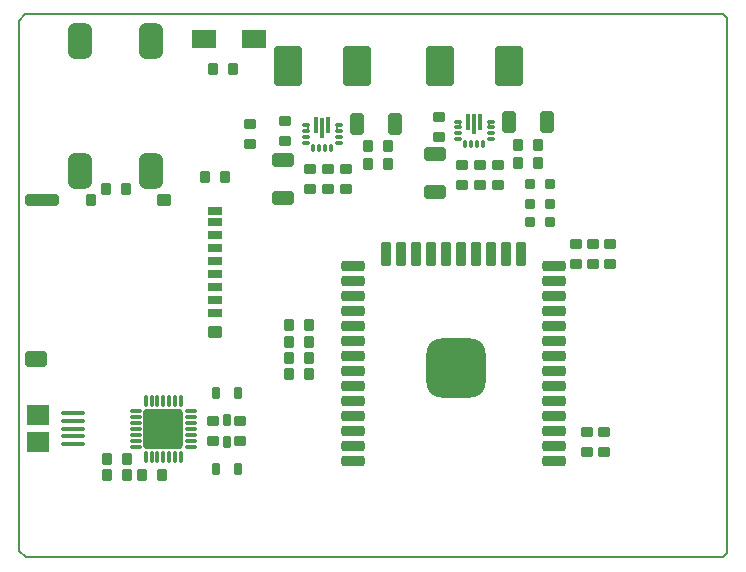
<source format=gtp>
G04*
G04 #@! TF.GenerationSoftware,Altium Limited,Altium Designer,20.2.4 (192)*
G04*
G04 Layer_Color=8421504*
%FSLAX25Y25*%
%MOIN*%
G70*
G04*
G04 #@! TF.SameCoordinates,E48B743E-56E7-44FA-BC68-CEDDD1A44BF1*
G04*
G04*
G04 #@! TF.FilePolarity,Positive*
G04*
G01*
G75*
%ADD14C,0.00600*%
G04:AMPARAMS|DCode=16|XSize=118.11mil|YSize=78.74mil|CornerRadius=19.68mil|HoleSize=0mil|Usage=FLASHONLY|Rotation=270.000|XOffset=0mil|YOffset=0mil|HoleType=Round|Shape=RoundedRectangle|*
%AMROUNDEDRECTD16*
21,1,0.11811,0.03937,0,0,270.0*
21,1,0.07874,0.07874,0,0,270.0*
1,1,0.03937,-0.01968,-0.03937*
1,1,0.03937,-0.01968,0.03937*
1,1,0.03937,0.01968,0.03937*
1,1,0.03937,0.01968,-0.03937*
%
%ADD16ROUNDEDRECTD16*%
%ADD17R,0.07480X0.07087*%
G04:AMPARAMS|DCode=18|XSize=15.75mil|YSize=78.74mil|CornerRadius=3.94mil|HoleSize=0mil|Usage=FLASHONLY|Rotation=270.000|XOffset=0mil|YOffset=0mil|HoleType=Round|Shape=RoundedRectangle|*
%AMROUNDEDRECTD18*
21,1,0.01575,0.07087,0,0,270.0*
21,1,0.00787,0.07874,0,0,270.0*
1,1,0.00787,-0.03543,-0.00394*
1,1,0.00787,-0.03543,0.00394*
1,1,0.00787,0.03543,0.00394*
1,1,0.00787,0.03543,-0.00394*
%
%ADD18ROUNDEDRECTD18*%
G04:AMPARAMS|DCode=19|XSize=39.37mil|YSize=35.43mil|CornerRadius=4.43mil|HoleSize=0mil|Usage=FLASHONLY|Rotation=90.000|XOffset=0mil|YOffset=0mil|HoleType=Round|Shape=RoundedRectangle|*
%AMROUNDEDRECTD19*
21,1,0.03937,0.02657,0,0,90.0*
21,1,0.03051,0.03543,0,0,90.0*
1,1,0.00886,0.01329,0.01526*
1,1,0.00886,0.01329,-0.01526*
1,1,0.00886,-0.01329,-0.01526*
1,1,0.00886,-0.01329,0.01526*
%
%ADD19ROUNDEDRECTD19*%
G04:AMPARAMS|DCode=20|XSize=39.37mil|YSize=11.81mil|CornerRadius=1.48mil|HoleSize=0mil|Usage=FLASHONLY|Rotation=0.000|XOffset=0mil|YOffset=0mil|HoleType=Round|Shape=RoundedRectangle|*
%AMROUNDEDRECTD20*
21,1,0.03937,0.00886,0,0,0.0*
21,1,0.03642,0.01181,0,0,0.0*
1,1,0.00295,0.01821,-0.00443*
1,1,0.00295,-0.01821,-0.00443*
1,1,0.00295,-0.01821,0.00443*
1,1,0.00295,0.01821,0.00443*
%
%ADD20ROUNDEDRECTD20*%
G04:AMPARAMS|DCode=21|XSize=39.37mil|YSize=11.81mil|CornerRadius=1.48mil|HoleSize=0mil|Usage=FLASHONLY|Rotation=90.000|XOffset=0mil|YOffset=0mil|HoleType=Round|Shape=RoundedRectangle|*
%AMROUNDEDRECTD21*
21,1,0.03937,0.00886,0,0,90.0*
21,1,0.03642,0.01181,0,0,90.0*
1,1,0.00295,0.00443,0.01821*
1,1,0.00295,0.00443,-0.01821*
1,1,0.00295,-0.00443,-0.01821*
1,1,0.00295,-0.00443,0.01821*
%
%ADD21ROUNDEDRECTD21*%
G04:AMPARAMS|DCode=22|XSize=131.89mil|YSize=131.89mil|CornerRadius=9.89mil|HoleSize=0mil|Usage=FLASHONLY|Rotation=90.000|XOffset=0mil|YOffset=0mil|HoleType=Round|Shape=RoundedRectangle|*
%AMROUNDEDRECTD22*
21,1,0.13189,0.11211,0,0,90.0*
21,1,0.11211,0.13189,0,0,90.0*
1,1,0.01978,0.05605,0.05605*
1,1,0.01978,0.05605,-0.05605*
1,1,0.01978,-0.05605,-0.05605*
1,1,0.01978,-0.05605,0.05605*
%
%ADD22ROUNDEDRECTD22*%
G04:AMPARAMS|DCode=23|XSize=23.62mil|YSize=39.37mil|CornerRadius=2.95mil|HoleSize=0mil|Usage=FLASHONLY|Rotation=0.000|XOffset=0mil|YOffset=0mil|HoleType=Round|Shape=RoundedRectangle|*
%AMROUNDEDRECTD23*
21,1,0.02362,0.03347,0,0,0.0*
21,1,0.01772,0.03937,0,0,0.0*
1,1,0.00591,0.00886,-0.01673*
1,1,0.00591,-0.00886,-0.01673*
1,1,0.00591,-0.00886,0.01673*
1,1,0.00591,0.00886,0.01673*
%
%ADD23ROUNDEDRECTD23*%
G04:AMPARAMS|DCode=24|XSize=39.37mil|YSize=35.43mil|CornerRadius=4.43mil|HoleSize=0mil|Usage=FLASHONLY|Rotation=180.000|XOffset=0mil|YOffset=0mil|HoleType=Round|Shape=RoundedRectangle|*
%AMROUNDEDRECTD24*
21,1,0.03937,0.02657,0,0,180.0*
21,1,0.03051,0.03543,0,0,180.0*
1,1,0.00886,-0.01526,0.01329*
1,1,0.00886,0.01526,0.01329*
1,1,0.00886,0.01526,-0.01329*
1,1,0.00886,-0.01526,-0.01329*
%
%ADD24ROUNDEDRECTD24*%
G04:AMPARAMS|DCode=25|XSize=31.5mil|YSize=31.5mil|CornerRadius=3.94mil|HoleSize=0mil|Usage=FLASHONLY|Rotation=180.000|XOffset=0mil|YOffset=0mil|HoleType=Round|Shape=RoundedRectangle|*
%AMROUNDEDRECTD25*
21,1,0.03150,0.02362,0,0,180.0*
21,1,0.02362,0.03150,0,0,180.0*
1,1,0.00787,-0.01181,0.01181*
1,1,0.00787,0.01181,0.01181*
1,1,0.00787,0.01181,-0.01181*
1,1,0.00787,-0.01181,-0.01181*
%
%ADD25ROUNDEDRECTD25*%
G04:AMPARAMS|DCode=26|XSize=78.74mil|YSize=35.43mil|CornerRadius=8.86mil|HoleSize=0mil|Usage=FLASHONLY|Rotation=180.000|XOffset=0mil|YOffset=0mil|HoleType=Round|Shape=RoundedRectangle|*
%AMROUNDEDRECTD26*
21,1,0.07874,0.01772,0,0,180.0*
21,1,0.06102,0.03543,0,0,180.0*
1,1,0.01772,-0.03051,0.00886*
1,1,0.01772,0.03051,0.00886*
1,1,0.01772,0.03051,-0.00886*
1,1,0.01772,-0.03051,-0.00886*
%
%ADD26ROUNDEDRECTD26*%
G04:AMPARAMS|DCode=27|XSize=78.74mil|YSize=35.43mil|CornerRadius=8.86mil|HoleSize=0mil|Usage=FLASHONLY|Rotation=270.000|XOffset=0mil|YOffset=0mil|HoleType=Round|Shape=RoundedRectangle|*
%AMROUNDEDRECTD27*
21,1,0.07874,0.01772,0,0,270.0*
21,1,0.06102,0.03543,0,0,270.0*
1,1,0.01772,-0.00886,-0.03051*
1,1,0.01772,-0.00886,0.03051*
1,1,0.01772,0.00886,0.03051*
1,1,0.01772,0.00886,-0.03051*
%
%ADD27ROUNDEDRECTD27*%
G04:AMPARAMS|DCode=28|XSize=196.85mil|YSize=196.85mil|CornerRadius=49.21mil|HoleSize=0mil|Usage=FLASHONLY|Rotation=180.000|XOffset=0mil|YOffset=0mil|HoleType=Round|Shape=RoundedRectangle|*
%AMROUNDEDRECTD28*
21,1,0.19685,0.09843,0,0,180.0*
21,1,0.09843,0.19685,0,0,180.0*
1,1,0.09843,-0.04921,0.04921*
1,1,0.09843,0.04921,0.04921*
1,1,0.09843,0.04921,-0.04921*
1,1,0.09843,-0.04921,-0.04921*
%
%ADD28ROUNDEDRECTD28*%
G04:AMPARAMS|DCode=29|XSize=133.86mil|YSize=94.49mil|CornerRadius=11.81mil|HoleSize=0mil|Usage=FLASHONLY|Rotation=90.000|XOffset=0mil|YOffset=0mil|HoleType=Round|Shape=RoundedRectangle|*
%AMROUNDEDRECTD29*
21,1,0.13386,0.07087,0,0,90.0*
21,1,0.11024,0.09449,0,0,90.0*
1,1,0.02362,0.03543,0.05512*
1,1,0.02362,0.03543,-0.05512*
1,1,0.02362,-0.03543,-0.05512*
1,1,0.02362,-0.03543,0.05512*
%
%ADD29ROUNDEDRECTD29*%
%ADD30R,0.00984X0.01181*%
G04:AMPARAMS|DCode=31|XSize=23.62mil|YSize=11.81mil|CornerRadius=1.48mil|HoleSize=0mil|Usage=FLASHONLY|Rotation=180.000|XOffset=0mil|YOffset=0mil|HoleType=Round|Shape=RoundedRectangle|*
%AMROUNDEDRECTD31*
21,1,0.02362,0.00886,0,0,180.0*
21,1,0.02067,0.01181,0,0,180.0*
1,1,0.00295,-0.01034,0.00443*
1,1,0.00295,0.01034,0.00443*
1,1,0.00295,0.01034,-0.00443*
1,1,0.00295,-0.01034,-0.00443*
%
%ADD31ROUNDEDRECTD31*%
G04:AMPARAMS|DCode=32|XSize=53.15mil|YSize=11.81mil|CornerRadius=1.48mil|HoleSize=0mil|Usage=FLASHONLY|Rotation=90.000|XOffset=0mil|YOffset=0mil|HoleType=Round|Shape=RoundedRectangle|*
%AMROUNDEDRECTD32*
21,1,0.05315,0.00886,0,0,90.0*
21,1,0.05020,0.01181,0,0,90.0*
1,1,0.00295,0.00443,0.02510*
1,1,0.00295,0.00443,-0.02510*
1,1,0.00295,-0.00443,-0.02510*
1,1,0.00295,-0.00443,0.02510*
%
%ADD32ROUNDEDRECTD32*%
G04:AMPARAMS|DCode=33|XSize=66.93mil|YSize=11.81mil|CornerRadius=1.48mil|HoleSize=0mil|Usage=FLASHONLY|Rotation=90.000|XOffset=0mil|YOffset=0mil|HoleType=Round|Shape=RoundedRectangle|*
%AMROUNDEDRECTD33*
21,1,0.06693,0.00886,0,0,90.0*
21,1,0.06398,0.01181,0,0,90.0*
1,1,0.00295,0.00443,0.03199*
1,1,0.00295,0.00443,-0.03199*
1,1,0.00295,-0.00443,-0.03199*
1,1,0.00295,-0.00443,0.03199*
%
%ADD33ROUNDEDRECTD33*%
G04:AMPARAMS|DCode=34|XSize=23.62mil|YSize=11.81mil|CornerRadius=1.48mil|HoleSize=0mil|Usage=FLASHONLY|Rotation=90.000|XOffset=0mil|YOffset=0mil|HoleType=Round|Shape=RoundedRectangle|*
%AMROUNDEDRECTD34*
21,1,0.02362,0.00886,0,0,90.0*
21,1,0.02067,0.01181,0,0,90.0*
1,1,0.00295,0.00443,0.01034*
1,1,0.00295,0.00443,-0.01034*
1,1,0.00295,-0.00443,-0.01034*
1,1,0.00295,-0.00443,0.01034*
%
%ADD34ROUNDEDRECTD34*%
G04:AMPARAMS|DCode=35|XSize=82.68mil|YSize=62.99mil|CornerRadius=3.15mil|HoleSize=0mil|Usage=FLASHONLY|Rotation=180.000|XOffset=0mil|YOffset=0mil|HoleType=Round|Shape=RoundedRectangle|*
%AMROUNDEDRECTD35*
21,1,0.08268,0.05669,0,0,180.0*
21,1,0.07638,0.06299,0,0,180.0*
1,1,0.00630,-0.03819,0.02835*
1,1,0.00630,0.03819,0.02835*
1,1,0.00630,0.03819,-0.02835*
1,1,0.00630,-0.03819,-0.02835*
%
%ADD35ROUNDEDRECTD35*%
G04:AMPARAMS|DCode=36|XSize=74.8mil|YSize=51.18mil|CornerRadius=6.4mil|HoleSize=0mil|Usage=FLASHONLY|Rotation=0.000|XOffset=0mil|YOffset=0mil|HoleType=Round|Shape=RoundedRectangle|*
%AMROUNDEDRECTD36*
21,1,0.07480,0.03839,0,0,0.0*
21,1,0.06201,0.05118,0,0,0.0*
1,1,0.01280,0.03100,-0.01919*
1,1,0.01280,-0.03100,-0.01919*
1,1,0.01280,-0.03100,0.01919*
1,1,0.01280,0.03100,0.01919*
%
%ADD36ROUNDEDRECTD36*%
G04:AMPARAMS|DCode=37|XSize=110.24mil|YSize=39.37mil|CornerRadius=4.92mil|HoleSize=0mil|Usage=FLASHONLY|Rotation=0.000|XOffset=0mil|YOffset=0mil|HoleType=Round|Shape=RoundedRectangle|*
%AMROUNDEDRECTD37*
21,1,0.11024,0.02953,0,0,0.0*
21,1,0.10039,0.03937,0,0,0.0*
1,1,0.00984,0.05020,-0.01476*
1,1,0.00984,-0.05020,-0.01476*
1,1,0.00984,-0.05020,0.01476*
1,1,0.00984,0.05020,0.01476*
%
%ADD37ROUNDEDRECTD37*%
G04:AMPARAMS|DCode=38|XSize=39.37mil|YSize=31.5mil|CornerRadius=3.94mil|HoleSize=0mil|Usage=FLASHONLY|Rotation=270.000|XOffset=0mil|YOffset=0mil|HoleType=Round|Shape=RoundedRectangle|*
%AMROUNDEDRECTD38*
21,1,0.03937,0.02362,0,0,270.0*
21,1,0.03150,0.03150,0,0,270.0*
1,1,0.00787,-0.01181,-0.01575*
1,1,0.00787,-0.01181,0.01575*
1,1,0.00787,0.01181,0.01575*
1,1,0.00787,0.01181,-0.01575*
%
%ADD38ROUNDEDRECTD38*%
G04:AMPARAMS|DCode=39|XSize=47.24mil|YSize=39.37mil|CornerRadius=4.92mil|HoleSize=0mil|Usage=FLASHONLY|Rotation=0.000|XOffset=0mil|YOffset=0mil|HoleType=Round|Shape=RoundedRectangle|*
%AMROUNDEDRECTD39*
21,1,0.04724,0.02953,0,0,0.0*
21,1,0.03740,0.03937,0,0,0.0*
1,1,0.00984,0.01870,-0.01476*
1,1,0.00984,-0.01870,-0.01476*
1,1,0.00984,-0.01870,0.01476*
1,1,0.00984,0.01870,0.01476*
%
%ADD39ROUNDEDRECTD39*%
G04:AMPARAMS|DCode=40|XSize=47.24mil|YSize=27.56mil|CornerRadius=3.45mil|HoleSize=0mil|Usage=FLASHONLY|Rotation=0.000|XOffset=0mil|YOffset=0mil|HoleType=Round|Shape=RoundedRectangle|*
%AMROUNDEDRECTD40*
21,1,0.04724,0.02067,0,0,0.0*
21,1,0.04035,0.02756,0,0,0.0*
1,1,0.00689,0.02018,-0.01034*
1,1,0.00689,-0.02018,-0.01034*
1,1,0.00689,-0.02018,0.01034*
1,1,0.00689,0.02018,0.01034*
%
%ADD40ROUNDEDRECTD40*%
G04:AMPARAMS|DCode=41|XSize=70.87mil|YSize=45.28mil|CornerRadius=5.66mil|HoleSize=0mil|Usage=FLASHONLY|Rotation=90.000|XOffset=0mil|YOffset=0mil|HoleType=Round|Shape=RoundedRectangle|*
%AMROUNDEDRECTD41*
21,1,0.07087,0.03396,0,0,90.0*
21,1,0.05955,0.04528,0,0,90.0*
1,1,0.01132,0.01698,0.02977*
1,1,0.01132,0.01698,-0.02977*
1,1,0.01132,-0.01698,-0.02977*
1,1,0.01132,-0.01698,0.02977*
%
%ADD41ROUNDEDRECTD41*%
G04:AMPARAMS|DCode=42|XSize=70.87mil|YSize=45.28mil|CornerRadius=5.66mil|HoleSize=0mil|Usage=FLASHONLY|Rotation=0.000|XOffset=0mil|YOffset=0mil|HoleType=Round|Shape=RoundedRectangle|*
%AMROUNDEDRECTD42*
21,1,0.07087,0.03396,0,0,0.0*
21,1,0.05955,0.04528,0,0,0.0*
1,1,0.01132,0.02977,-0.01698*
1,1,0.01132,-0.02977,-0.01698*
1,1,0.01132,-0.02977,0.01698*
1,1,0.01132,0.02977,0.01698*
%
%ADD42ROUNDEDRECTD42*%
D14*
X234651Y112D02*
X236221Y1683D01*
X1Y179001D02*
X2200Y181200D01*
X2288Y112D02*
X234651D01*
X1Y2399D02*
X2288Y112D01*
X2200Y181200D02*
X234862D01*
X236221Y179841D01*
X1Y2399D02*
Y179001D01*
X236221Y1683D02*
Y179841D01*
D16*
X20346Y128829D02*
D03*
X43968D02*
D03*
Y172135D02*
D03*
X20346D02*
D03*
D17*
X6313Y38526D02*
D03*
Y47581D02*
D03*
D18*
X18124Y48171D02*
D03*
Y45612D02*
D03*
Y43053D02*
D03*
Y40494D02*
D03*
Y37935D02*
D03*
D19*
X36009Y27682D02*
D03*
X29316D02*
D03*
X29039Y122823D02*
D03*
X35731D02*
D03*
X41216Y27682D02*
D03*
X47909D02*
D03*
X71409Y162882D02*
D03*
X64716D02*
D03*
X36009Y32882D02*
D03*
X29316D02*
D03*
X96943Y61128D02*
D03*
X90250D02*
D03*
X96924Y72081D02*
D03*
X90231D02*
D03*
X96905Y66548D02*
D03*
X90212D02*
D03*
X96943Y77561D02*
D03*
X90250D02*
D03*
X123009Y131182D02*
D03*
X116316D02*
D03*
X173009Y137682D02*
D03*
X166316D02*
D03*
X62016Y126982D02*
D03*
X68709D02*
D03*
X173009Y131582D02*
D03*
X166316D02*
D03*
X123009Y137182D02*
D03*
X116316D02*
D03*
D20*
X38977Y48906D02*
D03*
Y46938D02*
D03*
Y44969D02*
D03*
Y43001D02*
D03*
Y41032D02*
D03*
Y39064D02*
D03*
Y37095D02*
D03*
X57481D02*
D03*
Y39064D02*
D03*
Y41032D02*
D03*
Y43001D02*
D03*
Y44969D02*
D03*
Y46938D02*
D03*
Y48906D02*
D03*
D21*
X42324Y33749D02*
D03*
X44292D02*
D03*
X46261D02*
D03*
X48229D02*
D03*
X50198D02*
D03*
X52166D02*
D03*
X54135D02*
D03*
Y52253D02*
D03*
X52166D02*
D03*
X50198D02*
D03*
X48229D02*
D03*
X46261D02*
D03*
X44292D02*
D03*
X42324D02*
D03*
D22*
X48229Y43001D02*
D03*
D23*
X65622Y29627D02*
D03*
X73102D02*
D03*
X69362Y38682D02*
D03*
X73202Y54882D02*
D03*
X65722D02*
D03*
X69462Y45827D02*
D03*
D24*
X64762Y38808D02*
D03*
Y45501D02*
D03*
X73762Y45501D02*
D03*
Y38808D02*
D03*
X97162Y122836D02*
D03*
Y129528D02*
D03*
X88862Y145528D02*
D03*
Y138836D02*
D03*
X159756Y130883D02*
D03*
Y124190D02*
D03*
X140062Y146828D02*
D03*
Y140136D02*
D03*
X189562Y41975D02*
D03*
Y35282D02*
D03*
X191410Y104743D02*
D03*
Y98050D02*
D03*
X185862Y104728D02*
D03*
Y98036D02*
D03*
X195162Y35236D02*
D03*
Y41928D02*
D03*
X196962Y104728D02*
D03*
Y98036D02*
D03*
X77162Y144528D02*
D03*
Y137836D02*
D03*
X147662Y124235D02*
D03*
Y130928D02*
D03*
X153696Y124199D02*
D03*
Y130892D02*
D03*
X103162Y122836D02*
D03*
Y129528D02*
D03*
X109162D02*
D03*
Y122836D02*
D03*
D25*
X170569Y117982D02*
D03*
X177262D02*
D03*
X170516Y124482D02*
D03*
X177209D02*
D03*
X170516Y111782D02*
D03*
X177209D02*
D03*
D26*
X178349Y32189D02*
D03*
Y37189D02*
D03*
Y42189D02*
D03*
Y47189D02*
D03*
Y52189D02*
D03*
Y57189D02*
D03*
Y62189D02*
D03*
Y67189D02*
D03*
Y72189D02*
D03*
Y77189D02*
D03*
Y82189D02*
D03*
Y87189D02*
D03*
Y92189D02*
D03*
Y97189D02*
D03*
X111420D02*
D03*
Y92189D02*
D03*
Y87189D02*
D03*
Y82189D02*
D03*
Y77189D02*
D03*
Y72189D02*
D03*
Y67189D02*
D03*
Y62189D02*
D03*
Y57189D02*
D03*
Y52189D02*
D03*
Y47189D02*
D03*
Y42189D02*
D03*
Y37189D02*
D03*
Y32189D02*
D03*
D27*
X167384Y101126D02*
D03*
X162384D02*
D03*
X157384D02*
D03*
X152384D02*
D03*
X147384D02*
D03*
X142384D02*
D03*
X137384D02*
D03*
X132384D02*
D03*
X127384D02*
D03*
X122384D02*
D03*
D28*
X145662Y63282D02*
D03*
D29*
X163394Y163920D02*
D03*
X140559D02*
D03*
X112680Y163982D02*
D03*
X89845D02*
D03*
D30*
X147028Y144435D02*
D03*
X156673D02*
D03*
X96351Y143135D02*
D03*
X105997D02*
D03*
D31*
X146338Y139514D02*
D03*
Y141482D02*
D03*
Y143450D02*
D03*
Y145419D02*
D03*
X157362D02*
D03*
Y143450D02*
D03*
Y141482D02*
D03*
Y139514D02*
D03*
X95662Y138214D02*
D03*
Y140182D02*
D03*
Y142150D02*
D03*
Y144119D02*
D03*
X106686D02*
D03*
Y142150D02*
D03*
Y140182D02*
D03*
Y138214D02*
D03*
D32*
X149882Y145419D02*
D03*
X153819D02*
D03*
X99205Y144119D02*
D03*
X103142D02*
D03*
D33*
X151850Y144730D02*
D03*
X101174Y143430D02*
D03*
D34*
X154803Y137840D02*
D03*
X152835D02*
D03*
X150866D02*
D03*
X148898D02*
D03*
X104127Y136540D02*
D03*
X102158D02*
D03*
X100190D02*
D03*
X98221D02*
D03*
D35*
X78430Y173082D02*
D03*
X61894D02*
D03*
D36*
X5853Y66110D02*
D03*
D37*
X7629Y119260D02*
D03*
D38*
X23968D02*
D03*
D39*
X48373D02*
D03*
X65302Y75362D02*
D03*
D40*
Y115520D02*
D03*
Y111779D02*
D03*
Y107449D02*
D03*
Y103118D02*
D03*
Y98787D02*
D03*
Y94457D02*
D03*
Y90126D02*
D03*
Y85795D02*
D03*
Y81464D02*
D03*
D41*
X176061Y145282D02*
D03*
X163463D02*
D03*
X125461Y144682D02*
D03*
X112863D02*
D03*
D42*
X138736Y121965D02*
D03*
Y134563D02*
D03*
X88262Y119983D02*
D03*
Y132581D02*
D03*
M02*

</source>
